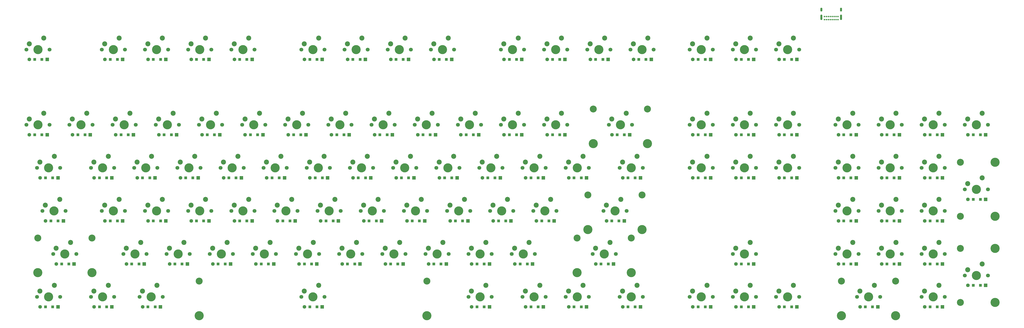
<source format=gbr>
G04 #@! TF.GenerationSoftware,KiCad,Pcbnew,(5.1.9)-1*
G04 #@! TF.CreationDate,2021-04-17T22:02:46-05:00*
G04 #@! TF.ProjectId,try3,74727933-2e6b-4696-9361-645f70636258,rev?*
G04 #@! TF.SameCoordinates,Original*
G04 #@! TF.FileFunction,Soldermask,Bot*
G04 #@! TF.FilePolarity,Negative*
%FSLAX46Y46*%
G04 Gerber Fmt 4.6, Leading zero omitted, Abs format (unit mm)*
G04 Created by KiCad (PCBNEW (5.1.9)-1) date 2021-04-17 22:02:46*
%MOMM*%
%LPD*%
G01*
G04 APERTURE LIST*
%ADD10C,0.650000*%
%ADD11O,0.900000X2.400000*%
%ADD12O,0.900000X1.700000*%
%ADD13C,1.700000*%
%ADD14C,4.000000*%
%ADD15C,2.200000*%
%ADD16C,3.050000*%
%ADD17C,1.600000*%
%ADD18R,1.600000X1.600000*%
%ADD19R,1.200000X1.200000*%
G04 APERTURE END LIST*
D10*
G04 #@! TO.C,J1*
X382611550Y133644450D03*
X384311550Y133644450D03*
X383461550Y133644450D03*
X381761550Y133644450D03*
X380911550Y133644450D03*
X380061550Y133644450D03*
X379211550Y133644450D03*
X378361550Y133644450D03*
X384311550Y134969450D03*
X383456550Y134969450D03*
X382606550Y134969450D03*
X381756550Y134969450D03*
X380906550Y134969450D03*
X380056550Y134969450D03*
X379206550Y134969450D03*
X378356550Y134969450D03*
D11*
X385661550Y134624450D03*
X377011550Y134624450D03*
D12*
X385661550Y138004450D03*
X377011550Y138004450D03*
G04 #@! TD*
D13*
G04 #@! TO.C,K_93*
X412299150Y87293450D03*
X402139150Y87293450D03*
D14*
X407219150Y87293450D03*
D15*
X403409150Y89833450D03*
X409759150Y92373450D03*
G04 #@! TD*
D13*
G04 #@! TO.C,K_11*
X80702150Y30448250D03*
X70542150Y30448250D03*
D14*
X75622150Y30448250D03*
D15*
X71812150Y32988250D03*
X78162150Y35528250D03*
G04 #@! TD*
D13*
G04 #@! TO.C,K_37*
X161232850Y68345050D03*
X151072850Y68345050D03*
D14*
X156152850Y68345050D03*
D15*
X152342850Y70885050D03*
X158692850Y73425050D03*
G04 #@! TD*
D13*
G04 #@! TO.C,K_17*
X99650550Y30448250D03*
X89490550Y30448250D03*
D14*
X94570550Y30448250D03*
D15*
X90760550Y32988250D03*
X97110550Y35528250D03*
G04 #@! TD*
D13*
G04 #@! TO.C,K_12*
X66490850Y11499850D03*
X56330850Y11499850D03*
D14*
X61410850Y11499850D03*
D15*
X57600850Y14039850D03*
X63950850Y16579850D03*
G04 #@! TD*
D13*
G04 #@! TO.C,K_15*
X85439250Y68345050D03*
X75279250Y68345050D03*
D14*
X80359250Y68345050D03*
D15*
X76549250Y70885050D03*
X82899250Y73425050D03*
G04 #@! TD*
D13*
G04 #@! TO.C,K_71*
X298608750Y68345050D03*
X288448750Y68345050D03*
D14*
X293528750Y68345050D03*
D15*
X289718750Y70885050D03*
X296068750Y73425050D03*
G04 #@! TD*
D13*
G04 #@! TO.C,K_28*
X137547350Y30448250D03*
X127387350Y30448250D03*
D14*
X132467350Y30448250D03*
D15*
X128657350Y32988250D03*
X135007350Y35528250D03*
G04 #@! TD*
D13*
G04 #@! TO.C,K_82*
X348348300Y30448250D03*
X338188300Y30448250D03*
D14*
X343268300Y30448250D03*
D15*
X339458300Y32988250D03*
X345808300Y35528250D03*
G04 #@! TD*
D13*
G04 #@! TO.C,K_62*
X246500650Y87293450D03*
X236340650Y87293450D03*
D14*
X241420650Y87293450D03*
D15*
X237610650Y89833450D03*
X243960650Y92373450D03*
G04 #@! TD*
D13*
G04 #@! TO.C,K_42*
X180181250Y68345050D03*
X170021250Y68345050D03*
D14*
X175101250Y68345050D03*
D15*
X171291250Y70885050D03*
X177641250Y73425050D03*
G04 #@! TD*
D13*
G04 #@! TO.C,K_2*
X38068250Y87293450D03*
X27908250Y87293450D03*
D14*
X32988250Y87293450D03*
D15*
X29178250Y89833450D03*
X35528250Y92373450D03*
G04 #@! TD*
D13*
G04 #@! TO.C,K_3*
X42805350Y68345050D03*
X32645350Y68345050D03*
D14*
X37725350Y68345050D03*
D15*
X33915350Y70885050D03*
X40265350Y73425050D03*
G04 #@! TD*
D13*
G04 #@! TO.C,K_31*
X142284450Y68345050D03*
X132124450Y68345050D03*
D14*
X137204450Y68345050D03*
D15*
X133394450Y70885050D03*
X139744450Y73425050D03*
G04 #@! TD*
D16*
G04 #@! TO.C,K_34*
X203784300Y18499850D03*
X103784300Y18499850D03*
D14*
X103784300Y3259850D03*
X203784300Y3259850D03*
D13*
X158864300Y11499850D03*
X148704300Y11499850D03*
D14*
X153784300Y11499850D03*
D15*
X149974300Y14039850D03*
X156324300Y16579850D03*
G04 #@! TD*
D13*
G04 #@! TO.C,K_58*
X241763550Y49396650D03*
X231603550Y49396650D03*
D14*
X236683550Y49396650D03*
D15*
X232873550Y51936650D03*
X239223550Y54476650D03*
G04 #@! TD*
D13*
G04 #@! TO.C,K_79*
X348348300Y120453150D03*
X338188300Y120453150D03*
D14*
X343268300Y120453150D03*
D15*
X339458300Y122993150D03*
X345808300Y125533150D03*
G04 #@! TD*
D13*
G04 #@! TO.C,K_16*
X90176350Y49396650D03*
X80016350Y49396650D03*
D14*
X85096350Y49396650D03*
D15*
X81286350Y51936650D03*
X87636350Y54476650D03*
G04 #@! TD*
D16*
G04 #@! TO.C,K_73*
X293586000Y37448250D03*
X269786000Y37448250D03*
D14*
X269786000Y22208250D03*
X293586000Y22208250D03*
D13*
X286766000Y30448250D03*
X276606000Y30448250D03*
D14*
X281686000Y30448250D03*
D15*
X277876000Y32988250D03*
X284226000Y35528250D03*
G04 #@! TD*
D13*
G04 #@! TO.C,K_74*
X298608750Y11499850D03*
X288448750Y11499850D03*
D14*
X293528750Y11499850D03*
D15*
X289718750Y14039850D03*
X296068750Y16579850D03*
G04 #@! TD*
D13*
G04 #@! TO.C,K_87*
X367296700Y11499850D03*
X357136700Y11499850D03*
D14*
X362216700Y11499850D03*
D15*
X358406700Y14039850D03*
X364756700Y16579850D03*
G04 #@! TD*
D13*
G04 #@! TO.C,K_54*
X232289350Y11499850D03*
X222129350Y11499850D03*
D14*
X227209350Y11499850D03*
D15*
X223399350Y14039850D03*
X229749350Y16579850D03*
G04 #@! TD*
D13*
G04 #@! TO.C,K_68*
X274923250Y68345050D03*
X264763250Y68345050D03*
D14*
X269843250Y68345050D03*
D15*
X266033250Y70885050D03*
X272383250Y73425050D03*
G04 #@! TD*
D13*
G04 #@! TO.C,K_53*
X232289350Y30448250D03*
X222129350Y30448250D03*
D14*
X227209350Y30448250D03*
D15*
X223399350Y32988250D03*
X229749350Y35528250D03*
G04 #@! TD*
D13*
G04 #@! TO.C,K_26*
X123336050Y68345050D03*
X113176050Y68345050D03*
D14*
X118256050Y68345050D03*
D15*
X114446050Y70885050D03*
X120796050Y73425050D03*
G04 #@! TD*
D13*
G04 #@! TO.C,K_64*
X260711950Y49396650D03*
X250551950Y49396650D03*
D14*
X255631950Y49396650D03*
D15*
X251821950Y51936650D03*
X258171950Y54476650D03*
G04 #@! TD*
D13*
G04 #@! TO.C,K_59*
X251237750Y30448250D03*
X241077750Y30448250D03*
D14*
X246157750Y30448250D03*
D15*
X242347750Y32988250D03*
X248697750Y35528250D03*
G04 #@! TD*
D13*
G04 #@! TO.C,K_9*
X66490850Y68345050D03*
X56330850Y68345050D03*
D14*
X61410850Y68345050D03*
D15*
X57600850Y70885050D03*
X63950850Y73425050D03*
G04 #@! TD*
D13*
G04 #@! TO.C,K_75*
X329399900Y120453150D03*
X319239900Y120453150D03*
D14*
X324319900Y120453150D03*
D15*
X320509900Y122993150D03*
X326859900Y125533150D03*
G04 #@! TD*
D13*
G04 #@! TO.C,K_67*
X265449050Y87293450D03*
X255289050Y87293450D03*
D14*
X260369050Y87293450D03*
D15*
X256559050Y89833450D03*
X262909050Y92373450D03*
G04 #@! TD*
D13*
G04 #@! TO.C,K_84*
X367296700Y120453150D03*
X357136700Y120453150D03*
D14*
X362216700Y120453150D03*
D15*
X358406700Y122993150D03*
X364756700Y125533150D03*
G04 #@! TD*
D13*
G04 #@! TO.C,K_85*
X367296700Y87293450D03*
X357136700Y87293450D03*
D14*
X362216700Y87293450D03*
D15*
X358406700Y89833450D03*
X364756700Y92373450D03*
G04 #@! TD*
D13*
G04 #@! TO.C,K_86*
X367296700Y68345050D03*
X357136700Y68345050D03*
D14*
X362216700Y68345050D03*
D15*
X358406700Y70885050D03*
X364756700Y73425050D03*
G04 #@! TD*
D13*
G04 #@! TO.C,K_57*
X237026450Y68345050D03*
X226866450Y68345050D03*
D14*
X231946450Y68345050D03*
D15*
X228136450Y70885050D03*
X234486450Y73425050D03*
G04 #@! TD*
D13*
G04 #@! TO.C,K_51*
X218078050Y68345050D03*
X207918050Y68345050D03*
D14*
X212998050Y68345050D03*
D15*
X209188050Y70885050D03*
X215538050Y73425050D03*
G04 #@! TD*
D13*
G04 #@! TO.C,K_97*
X431247550Y87293450D03*
X421087550Y87293450D03*
D14*
X426167550Y87293450D03*
D15*
X422357550Y89833450D03*
X428707550Y92373450D03*
G04 #@! TD*
D16*
G04 #@! TO.C,K_103*
X438115950Y70770850D03*
X438115950Y46970850D03*
D14*
X453355950Y46970850D03*
X453355950Y70770850D03*
D13*
X450195950Y58870850D03*
X440035950Y58870850D03*
D14*
X445115950Y58870850D03*
D15*
X441305950Y61410850D03*
X447655950Y63950850D03*
G04 #@! TD*
D13*
G04 #@! TO.C,K_102*
X450195950Y87293450D03*
X440035950Y87293450D03*
D14*
X445115950Y87293450D03*
D15*
X441305950Y89833450D03*
X447655950Y92373450D03*
G04 #@! TD*
D16*
G04 #@! TO.C,K_104*
X438115950Y32874050D03*
X438115950Y9074050D03*
D14*
X453355950Y9074050D03*
X453355950Y32874050D03*
D13*
X450195950Y20974050D03*
X440035950Y20974050D03*
D14*
X445115950Y20974050D03*
D15*
X441305950Y23514050D03*
X447655950Y26054050D03*
G04 #@! TD*
D13*
G04 #@! TO.C,K_101*
X431247550Y11499850D03*
X421087550Y11499850D03*
D14*
X426167550Y11499850D03*
D15*
X422357550Y14039850D03*
X428707550Y16579850D03*
G04 #@! TD*
D13*
G04 #@! TO.C,K_98*
X431247550Y68345050D03*
X421087550Y68345050D03*
D14*
X426167550Y68345050D03*
D15*
X422357550Y70885050D03*
X428707550Y73425050D03*
G04 #@! TD*
D13*
G04 #@! TO.C,K_94*
X412299150Y68345050D03*
X402139150Y68345050D03*
D14*
X407219150Y68345050D03*
D15*
X403409150Y70885050D03*
X409759150Y73425050D03*
G04 #@! TD*
D13*
G04 #@! TO.C,K_89*
X393350750Y68345050D03*
X383190750Y68345050D03*
D14*
X388270750Y68345050D03*
D15*
X384460750Y70885050D03*
X390810750Y73425050D03*
G04 #@! TD*
D13*
G04 #@! TO.C,K_99*
X431247550Y49396650D03*
X421087550Y49396650D03*
D14*
X426167550Y49396650D03*
D15*
X422357550Y51936650D03*
X428707550Y54476650D03*
G04 #@! TD*
D13*
G04 #@! TO.C,K_95*
X412299150Y49396650D03*
X402139150Y49396650D03*
D14*
X407219150Y49396650D03*
D15*
X403409150Y51936650D03*
X409759150Y54476650D03*
G04 #@! TD*
D13*
G04 #@! TO.C,K_90*
X393350750Y49396650D03*
X383190750Y49396650D03*
D14*
X388270750Y49396650D03*
D15*
X384460750Y51936650D03*
X390810750Y54476650D03*
G04 #@! TD*
D13*
G04 #@! TO.C,K_100*
X431247550Y30448250D03*
X421087550Y30448250D03*
D14*
X426167550Y30448250D03*
D15*
X422357550Y32988250D03*
X428707550Y35528250D03*
G04 #@! TD*
D13*
G04 #@! TO.C,K_96*
X412299150Y30448250D03*
X402139150Y30448250D03*
D14*
X407219150Y30448250D03*
D15*
X403409150Y32988250D03*
X409759150Y35528250D03*
G04 #@! TD*
D13*
G04 #@! TO.C,K_91*
X393350750Y30448250D03*
X383190750Y30448250D03*
D14*
X388270750Y30448250D03*
D15*
X384460750Y32988250D03*
X390810750Y35528250D03*
G04 #@! TD*
D16*
G04 #@! TO.C,K_92*
X409644950Y18499850D03*
X385844950Y18499850D03*
D14*
X385844950Y3259850D03*
X409644950Y3259850D03*
D13*
X402824950Y11499850D03*
X392664950Y11499850D03*
D14*
X397744950Y11499850D03*
D15*
X393934950Y14039850D03*
X400284950Y16579850D03*
G04 #@! TD*
D13*
G04 #@! TO.C,K_88*
X393350750Y87293450D03*
X383190750Y87293450D03*
D14*
X388270750Y87293450D03*
D15*
X384460750Y89833450D03*
X390810750Y92373450D03*
G04 #@! TD*
D13*
G04 #@! TO.C,K_39*
X175444150Y30448250D03*
X165284150Y30448250D03*
D14*
X170364150Y30448250D03*
D15*
X166554150Y32988250D03*
X172904150Y35528250D03*
G04 #@! TD*
D13*
G04 #@! TO.C,K_60*
X255974850Y11499850D03*
X245814850Y11499850D03*
D14*
X250894850Y11499850D03*
D15*
X247084850Y14039850D03*
X253434850Y16579850D03*
G04 #@! TD*
D13*
G04 #@! TO.C,K_44*
X194392550Y30448250D03*
X184232550Y30448250D03*
D14*
X189312550Y30448250D03*
D15*
X185502550Y32988250D03*
X191852550Y35528250D03*
G04 #@! TD*
D16*
G04 #@! TO.C,K_5*
X56731000Y37448250D03*
X32931000Y37448250D03*
D14*
X32931000Y22208250D03*
X56731000Y22208250D03*
D13*
X49911000Y30448250D03*
X39751000Y30448250D03*
D14*
X44831000Y30448250D03*
D15*
X41021000Y32988250D03*
X47371000Y35528250D03*
G04 #@! TD*
D13*
G04 #@! TO.C,K_6*
X42805350Y11499850D03*
X32645350Y11499850D03*
D14*
X37725350Y11499850D03*
D15*
X33915350Y14039850D03*
X40265350Y16579850D03*
G04 #@! TD*
D13*
G04 #@! TO.C,K_78*
X329399900Y11499850D03*
X319239900Y11499850D03*
D14*
X324319900Y11499850D03*
D15*
X320509900Y14039850D03*
X326859900Y16579850D03*
G04 #@! TD*
D13*
G04 #@! TO.C,K_18*
X87807800Y11499850D03*
X77647800Y11499850D03*
D14*
X82727800Y11499850D03*
D15*
X78917800Y14039850D03*
X85267800Y16579850D03*
G04 #@! TD*
D13*
G04 #@! TO.C,K_63*
X255974850Y68345050D03*
X245814850Y68345050D03*
D14*
X250894850Y68345050D03*
D15*
X247084850Y70885050D03*
X253434850Y73425050D03*
G04 #@! TD*
D13*
G04 #@! TO.C,K_49*
X213340950Y30448250D03*
X203180950Y30448250D03*
D14*
X208260950Y30448250D03*
D15*
X204450950Y32988250D03*
X210800950Y35528250D03*
G04 #@! TD*
D13*
G04 #@! TO.C,K_52*
X222815150Y49396650D03*
X212655150Y49396650D03*
D14*
X217735150Y49396650D03*
D15*
X213925150Y51936650D03*
X220275150Y54476650D03*
G04 #@! TD*
D13*
G04 #@! TO.C,K_48*
X203866750Y49396650D03*
X193706750Y49396650D03*
D14*
X198786750Y49396650D03*
D15*
X194976750Y51936650D03*
X201326750Y54476650D03*
G04 #@! TD*
D13*
G04 #@! TO.C,K_43*
X184918350Y49396650D03*
X174758350Y49396650D03*
D14*
X179838350Y49396650D03*
D15*
X176028350Y51936650D03*
X182378350Y54476650D03*
G04 #@! TD*
D13*
G04 #@! TO.C,K_76*
X329399900Y87293450D03*
X319239900Y87293450D03*
D14*
X324319900Y87293450D03*
D15*
X320509900Y89833450D03*
X326859900Y92373450D03*
G04 #@! TD*
D13*
G04 #@! TO.C,K_47*
X199129650Y68345050D03*
X188969650Y68345050D03*
D14*
X194049650Y68345050D03*
D15*
X190239650Y70885050D03*
X196589650Y73425050D03*
G04 #@! TD*
D13*
G04 #@! TO.C,K_80*
X348348300Y87293450D03*
X338188300Y87293450D03*
D14*
X343268300Y87293450D03*
D15*
X339458300Y89833450D03*
X345808300Y92373450D03*
G04 #@! TD*
D13*
G04 #@! TO.C,K_38*
X165969950Y49396650D03*
X155809950Y49396650D03*
D14*
X160889950Y49396650D03*
D15*
X157079950Y51936650D03*
X163429950Y54476650D03*
G04 #@! TD*
D13*
G04 #@! TO.C,K_32*
X147021550Y49396650D03*
X136861550Y49396650D03*
D14*
X141941550Y49396650D03*
D15*
X138131550Y51936650D03*
X144481550Y54476650D03*
G04 #@! TD*
D13*
G04 #@! TO.C,K_65*
X274923250Y11499850D03*
X264763250Y11499850D03*
D14*
X269843250Y11499850D03*
D15*
X266033250Y14039850D03*
X272383250Y16579850D03*
G04 #@! TD*
D13*
G04 #@! TO.C,K_27*
X128073150Y49396650D03*
X117913150Y49396650D03*
D14*
X122993150Y49396650D03*
D15*
X119183150Y51936650D03*
X125533150Y54476650D03*
G04 #@! TD*
D13*
G04 #@! TO.C,K_69*
X303345850Y120453150D03*
X293185850Y120453150D03*
D14*
X298265850Y120453150D03*
D15*
X294455850Y122993150D03*
X300805850Y125533150D03*
G04 #@! TD*
D13*
G04 #@! TO.C,K_66*
X284397450Y120453150D03*
X274237450Y120453150D03*
D14*
X279317450Y120453150D03*
D15*
X275507450Y122993150D03*
X281857450Y125533150D03*
G04 #@! TD*
D13*
G04 #@! TO.C,K_61*
X265449050Y120453150D03*
X255289050Y120453150D03*
D14*
X260369050Y120453150D03*
D15*
X256559050Y122993150D03*
X262909050Y125533150D03*
G04 #@! TD*
D13*
G04 #@! TO.C,K_55*
X246500650Y120453150D03*
X236340650Y120453150D03*
D14*
X241420650Y120453150D03*
D15*
X237610650Y122993150D03*
X243960650Y125533150D03*
G04 #@! TD*
D13*
G04 #@! TO.C,K_45*
X215709500Y120453150D03*
X205549500Y120453150D03*
D14*
X210629500Y120453150D03*
D15*
X206819500Y122993150D03*
X213169500Y125533150D03*
G04 #@! TD*
D13*
G04 #@! TO.C,K_40*
X196761100Y120453150D03*
X186601100Y120453150D03*
D14*
X191681100Y120453150D03*
D15*
X187871100Y122993150D03*
X194221100Y125533150D03*
G04 #@! TD*
D13*
G04 #@! TO.C,K_35*
X177812700Y120453150D03*
X167652700Y120453150D03*
D14*
X172732700Y120453150D03*
D15*
X168922700Y122993150D03*
X175272700Y125533150D03*
G04 #@! TD*
D13*
G04 #@! TO.C,K_29*
X158864300Y120453150D03*
X148704300Y120453150D03*
D14*
X153784300Y120453150D03*
D15*
X149974300Y122993150D03*
X156324300Y125533150D03*
G04 #@! TD*
D13*
G04 #@! TO.C,K_24*
X128073150Y120453150D03*
X117913150Y120453150D03*
D14*
X122993150Y120453150D03*
D15*
X119183150Y122993150D03*
X125533150Y125533150D03*
G04 #@! TD*
D13*
G04 #@! TO.C,K_19*
X109124750Y120453150D03*
X98964750Y120453150D03*
D14*
X104044750Y120453150D03*
D15*
X100234750Y122993150D03*
X106584750Y125533150D03*
G04 #@! TD*
D13*
G04 #@! TO.C,K_13*
X90176350Y120453150D03*
X80016350Y120453150D03*
D14*
X85096350Y120453150D03*
D15*
X81286350Y122993150D03*
X87636350Y125533150D03*
G04 #@! TD*
D13*
G04 #@! TO.C,K_7*
X71227950Y120453150D03*
X61067950Y120453150D03*
D14*
X66147950Y120453150D03*
D15*
X62337950Y122993150D03*
X68687950Y125533150D03*
G04 #@! TD*
D13*
G04 #@! TO.C,K_1*
X38068250Y120453150D03*
X27908250Y120453150D03*
D14*
X32988250Y120453150D03*
D15*
X29178250Y122993150D03*
X35528250Y125533150D03*
G04 #@! TD*
D16*
G04 #@! TO.C,K_72*
X298323100Y56396650D03*
X274523100Y56396650D03*
D14*
X274523100Y41156650D03*
X298323100Y41156650D03*
D13*
X291503100Y49396650D03*
X281343100Y49396650D03*
D14*
X286423100Y49396650D03*
D15*
X282613100Y51936650D03*
X288963100Y54476650D03*
G04 #@! TD*
D13*
G04 #@! TO.C,K_81*
X348348300Y68345050D03*
X338188300Y68345050D03*
D14*
X343268300Y68345050D03*
D15*
X339458300Y70885050D03*
X345808300Y73425050D03*
G04 #@! TD*
D13*
G04 #@! TO.C,K_21*
X104387650Y68345050D03*
X94227650Y68345050D03*
D14*
X99307650Y68345050D03*
D15*
X95497650Y70885050D03*
X101847650Y73425050D03*
G04 #@! TD*
D13*
G04 #@! TO.C,K_83*
X348348300Y11499850D03*
X338188300Y11499850D03*
D14*
X343268300Y11499850D03*
D15*
X339458300Y14039850D03*
X345808300Y16579850D03*
G04 #@! TD*
D13*
G04 #@! TO.C,K_77*
X329399900Y68345050D03*
X319239900Y68345050D03*
D14*
X324319900Y68345050D03*
D15*
X320509900Y70885050D03*
X326859900Y73425050D03*
G04 #@! TD*
D13*
G04 #@! TO.C,K_22*
X109124750Y49396650D03*
X98964750Y49396650D03*
D14*
X104044750Y49396650D03*
D15*
X100234750Y51936650D03*
X106584750Y54476650D03*
G04 #@! TD*
D13*
G04 #@! TO.C,K_4*
X45173900Y49396650D03*
X35013900Y49396650D03*
D14*
X40093900Y49396650D03*
D15*
X36283900Y51936650D03*
X42633900Y54476650D03*
G04 #@! TD*
D13*
G04 #@! TO.C,K_23*
X118598950Y30448250D03*
X108438950Y30448250D03*
D14*
X113518950Y30448250D03*
D15*
X109708950Y32988250D03*
X116058950Y35528250D03*
G04 #@! TD*
D16*
G04 #@! TO.C,K_70*
X300691650Y94293450D03*
X276891650Y94293450D03*
D14*
X276891650Y79053450D03*
X300691650Y79053450D03*
D13*
X293871650Y87293450D03*
X283711650Y87293450D03*
D14*
X288791650Y87293450D03*
D15*
X284981650Y89833450D03*
X291331650Y92373450D03*
G04 #@! TD*
D13*
G04 #@! TO.C,K_33*
X156495750Y30448250D03*
X146335750Y30448250D03*
D14*
X151415750Y30448250D03*
D15*
X147605750Y32988250D03*
X153955750Y35528250D03*
G04 #@! TD*
D13*
G04 #@! TO.C,K_10*
X71227950Y49396650D03*
X61067950Y49396650D03*
D14*
X66147950Y49396650D03*
D15*
X62337950Y51936650D03*
X68687950Y54476650D03*
G04 #@! TD*
D13*
G04 #@! TO.C,K_50*
X208603850Y87293450D03*
X198443850Y87293450D03*
D14*
X203523850Y87293450D03*
D15*
X199713850Y89833450D03*
X206063850Y92373450D03*
G04 #@! TD*
D13*
G04 #@! TO.C,K_46*
X189655450Y87293450D03*
X179495450Y87293450D03*
D14*
X184575450Y87293450D03*
D15*
X180765450Y89833450D03*
X187115450Y92373450D03*
G04 #@! TD*
D13*
G04 #@! TO.C,K_41*
X170707050Y87293450D03*
X160547050Y87293450D03*
D14*
X165627050Y87293450D03*
D15*
X161817050Y89833450D03*
X168167050Y92373450D03*
G04 #@! TD*
D13*
G04 #@! TO.C,K_36*
X151758650Y87293450D03*
X141598650Y87293450D03*
D14*
X146678650Y87293450D03*
D15*
X142868650Y89833450D03*
X149218650Y92373450D03*
G04 #@! TD*
D13*
G04 #@! TO.C,K_30*
X132810250Y87293450D03*
X122650250Y87293450D03*
D14*
X127730250Y87293450D03*
D15*
X123920250Y89833450D03*
X130270250Y92373450D03*
G04 #@! TD*
D13*
G04 #@! TO.C,K_25*
X113861850Y87293450D03*
X103701850Y87293450D03*
D14*
X108781850Y87293450D03*
D15*
X104971850Y89833450D03*
X111321850Y92373450D03*
G04 #@! TD*
D13*
G04 #@! TO.C,K_20*
X94913450Y87293450D03*
X84753450Y87293450D03*
D14*
X89833450Y87293450D03*
D15*
X86023450Y89833450D03*
X92373450Y92373450D03*
G04 #@! TD*
D13*
G04 #@! TO.C,K_14*
X75965050Y87293450D03*
X65805050Y87293450D03*
D14*
X70885050Y87293450D03*
D15*
X67075050Y89833450D03*
X73425050Y92373450D03*
G04 #@! TD*
D13*
G04 #@! TO.C,K_8*
X57016650Y87293450D03*
X46856650Y87293450D03*
D14*
X51936650Y87293450D03*
D15*
X48126650Y89833450D03*
X54476650Y92373450D03*
G04 #@! TD*
D13*
G04 #@! TO.C,K_56*
X227552250Y87293450D03*
X217392250Y87293450D03*
D14*
X222472250Y87293450D03*
D15*
X218662250Y89833450D03*
X225012250Y92373450D03*
G04 #@! TD*
D17*
G04 #@! TO.C,D92*
X394016400Y7105650D03*
D18*
X401816400Y7105650D03*
D19*
X399491400Y7105650D03*
X396341400Y7105650D03*
G04 #@! TD*
D17*
G04 #@! TO.C,D101*
X422439000Y7105650D03*
D18*
X430239000Y7105650D03*
D19*
X427914000Y7105650D03*
X424764000Y7105650D03*
G04 #@! TD*
D17*
G04 #@! TO.C,D91*
X384542200Y26054050D03*
D18*
X392342200Y26054050D03*
D19*
X390017200Y26054050D03*
X386867200Y26054050D03*
G04 #@! TD*
D17*
G04 #@! TO.C,D96*
X403490600Y26054050D03*
D18*
X411290600Y26054050D03*
D19*
X408965600Y26054050D03*
X405815600Y26054050D03*
G04 #@! TD*
D17*
G04 #@! TO.C,D100*
X422439000Y26054050D03*
D18*
X430239000Y26054050D03*
D19*
X427914000Y26054050D03*
X424764000Y26054050D03*
G04 #@! TD*
D17*
G04 #@! TO.C,D99*
X422439000Y45002450D03*
D18*
X430239000Y45002450D03*
D19*
X427914000Y45002450D03*
X424764000Y45002450D03*
G04 #@! TD*
D17*
G04 #@! TO.C,D98*
X422439000Y63950850D03*
D18*
X430239000Y63950850D03*
D19*
X427914000Y63950850D03*
X424764000Y63950850D03*
G04 #@! TD*
D17*
G04 #@! TO.C,D97*
X422439000Y82899250D03*
D18*
X430239000Y82899250D03*
D19*
X427914000Y82899250D03*
X424764000Y82899250D03*
G04 #@! TD*
D17*
G04 #@! TO.C,D86*
X358488150Y63950850D03*
D18*
X366288150Y63950850D03*
D19*
X363963150Y63950850D03*
X360813150Y63950850D03*
G04 #@! TD*
D17*
G04 #@! TO.C,D85*
X358488150Y82899250D03*
D18*
X366288150Y82899250D03*
D19*
X363963150Y82899250D03*
X360813150Y82899250D03*
G04 #@! TD*
D17*
G04 #@! TO.C,D84*
X358488150Y116058950D03*
D18*
X366288150Y116058950D03*
D19*
X363963150Y116058950D03*
X360813150Y116058950D03*
G04 #@! TD*
D17*
G04 #@! TO.C,D95*
X403490600Y45002450D03*
D18*
X411290600Y45002450D03*
D19*
X408965600Y45002450D03*
X405815600Y45002450D03*
G04 #@! TD*
D17*
G04 #@! TO.C,D94*
X403490600Y63950850D03*
D18*
X411290600Y63950850D03*
D19*
X408965600Y63950850D03*
X405815600Y63950850D03*
G04 #@! TD*
D17*
G04 #@! TO.C,D93*
X403490600Y82899250D03*
D18*
X411290600Y82899250D03*
D19*
X408965600Y82899250D03*
X405815600Y82899250D03*
G04 #@! TD*
D17*
G04 #@! TO.C,D81*
X339539750Y63950850D03*
D18*
X347339750Y63950850D03*
D19*
X345014750Y63950850D03*
X341864750Y63950850D03*
G04 #@! TD*
D17*
G04 #@! TO.C,D80*
X339539750Y82899250D03*
D18*
X347339750Y82899250D03*
D19*
X345014750Y82899250D03*
X341864750Y82899250D03*
G04 #@! TD*
D17*
G04 #@! TO.C,D79*
X339539750Y116058950D03*
D18*
X347339750Y116058950D03*
D19*
X345014750Y116058950D03*
X341864750Y116058950D03*
G04 #@! TD*
D17*
G04 #@! TO.C,D90*
X384542200Y45002450D03*
D18*
X392342200Y45002450D03*
D19*
X390017200Y45002450D03*
X386867200Y45002450D03*
G04 #@! TD*
D17*
G04 #@! TO.C,D89*
X384542200Y63950850D03*
D18*
X392342200Y63950850D03*
D19*
X390017200Y63950850D03*
X386867200Y63950850D03*
G04 #@! TD*
D17*
G04 #@! TO.C,D88*
X384542200Y82899250D03*
D18*
X392342200Y82899250D03*
D19*
X390017200Y82899250D03*
X386867200Y82899250D03*
G04 #@! TD*
D17*
G04 #@! TO.C,D77*
X320591350Y63950850D03*
D18*
X328391350Y63950850D03*
D19*
X326066350Y63950850D03*
X322916350Y63950850D03*
G04 #@! TD*
D17*
G04 #@! TO.C,D76*
X320591350Y82899250D03*
D18*
X328391350Y82899250D03*
D19*
X326066350Y82899250D03*
X322916350Y82899250D03*
G04 #@! TD*
D17*
G04 #@! TO.C,D75*
X320591350Y116058950D03*
D18*
X328391350Y116058950D03*
D19*
X326066350Y116058950D03*
X322916350Y116058950D03*
G04 #@! TD*
D17*
G04 #@! TO.C,D103*
X441387400Y54476650D03*
D18*
X449187400Y54476650D03*
D19*
X446862400Y54476650D03*
X443712400Y54476650D03*
G04 #@! TD*
D17*
G04 #@! TO.C,D71*
X289800200Y63950850D03*
D18*
X297600200Y63950850D03*
D19*
X295275200Y63950850D03*
X292125200Y63950850D03*
G04 #@! TD*
D17*
G04 #@! TO.C,D70*
X285063100Y82899250D03*
D18*
X292863100Y82899250D03*
D19*
X290538100Y82899250D03*
X287388100Y82899250D03*
G04 #@! TD*
D17*
G04 #@! TO.C,D104*
X441387400Y16579850D03*
D18*
X449187400Y16579850D03*
D19*
X446862400Y16579850D03*
X443712400Y16579850D03*
G04 #@! TD*
D17*
G04 #@! TO.C,D102*
X441387400Y82899250D03*
D18*
X449187400Y82899250D03*
D19*
X446862400Y82899250D03*
X443712400Y82899250D03*
G04 #@! TD*
D17*
G04 #@! TO.C,D72*
X282694550Y45002450D03*
D18*
X290494550Y45002450D03*
D19*
X288169550Y45002450D03*
X285019550Y45002450D03*
G04 #@! TD*
D17*
G04 #@! TO.C,D68*
X266114700Y63950850D03*
D18*
X273914700Y63950850D03*
D19*
X271589700Y63950850D03*
X268439700Y63950850D03*
G04 #@! TD*
D17*
G04 #@! TO.C,D67*
X256640500Y82899250D03*
D18*
X264440500Y82899250D03*
D19*
X262115500Y82899250D03*
X258965500Y82899250D03*
G04 #@! TD*
D17*
G04 #@! TO.C,D69*
X294537300Y116058950D03*
D18*
X302337300Y116058950D03*
D19*
X300012300Y116058950D03*
X296862300Y116058950D03*
G04 #@! TD*
D17*
G04 #@! TO.C,D82*
X339539750Y26054050D03*
D18*
X347339750Y26054050D03*
D19*
X345014750Y26054050D03*
X341864750Y26054050D03*
G04 #@! TD*
D17*
G04 #@! TO.C,D73*
X277957450Y26054050D03*
D18*
X285757450Y26054050D03*
D19*
X283432450Y26054050D03*
X280282450Y26054050D03*
G04 #@! TD*
D17*
G04 #@! TO.C,D64*
X251903400Y45002450D03*
D18*
X259703400Y45002450D03*
D19*
X257378400Y45002450D03*
X254228400Y45002450D03*
G04 #@! TD*
D17*
G04 #@! TO.C,D63*
X247166300Y63950850D03*
D18*
X254966300Y63950850D03*
D19*
X252641300Y63950850D03*
X249491300Y63950850D03*
G04 #@! TD*
D17*
G04 #@! TO.C,D62*
X237692100Y82899250D03*
D18*
X245492100Y82899250D03*
D19*
X243167100Y82899250D03*
X240017100Y82899250D03*
G04 #@! TD*
D17*
G04 #@! TO.C,D66*
X275588900Y116058950D03*
D18*
X283388900Y116058950D03*
D19*
X281063900Y116058950D03*
X277913900Y116058950D03*
G04 #@! TD*
D17*
G04 #@! TO.C,D87*
X358488150Y7105650D03*
D18*
X366288150Y7105650D03*
D19*
X363963150Y7105650D03*
X360813150Y7105650D03*
G04 #@! TD*
D17*
G04 #@! TO.C,D59*
X242429200Y26054050D03*
D18*
X250229200Y26054050D03*
D19*
X247904200Y26054050D03*
X244754200Y26054050D03*
G04 #@! TD*
D17*
G04 #@! TO.C,D58*
X232955000Y45002450D03*
D18*
X240755000Y45002450D03*
D19*
X238430000Y45002450D03*
X235280000Y45002450D03*
G04 #@! TD*
D17*
G04 #@! TO.C,D57*
X228217900Y63950850D03*
D18*
X236017900Y63950850D03*
D19*
X233692900Y63950850D03*
X230542900Y63950850D03*
G04 #@! TD*
D17*
G04 #@! TO.C,D56*
X218743700Y82899250D03*
D18*
X226543700Y82899250D03*
D19*
X224218700Y82899250D03*
X221068700Y82899250D03*
G04 #@! TD*
D17*
G04 #@! TO.C,D61*
X256640500Y116058950D03*
D18*
X264440500Y116058950D03*
D19*
X262115500Y116058950D03*
X258965500Y116058950D03*
G04 #@! TD*
D17*
G04 #@! TO.C,D83*
X339539750Y7105650D03*
D18*
X347339750Y7105650D03*
D19*
X345014750Y7105650D03*
X341864750Y7105650D03*
G04 #@! TD*
D17*
G04 #@! TO.C,D53*
X223480800Y26054050D03*
D18*
X231280800Y26054050D03*
D19*
X228955800Y26054050D03*
X225805800Y26054050D03*
G04 #@! TD*
D17*
G04 #@! TO.C,D52*
X214006600Y45002450D03*
D18*
X221806600Y45002450D03*
D19*
X219481600Y45002450D03*
X216331600Y45002450D03*
G04 #@! TD*
D17*
G04 #@! TO.C,D51*
X209269500Y63950850D03*
D18*
X217069500Y63950850D03*
D19*
X214744500Y63950850D03*
X211594500Y63950850D03*
G04 #@! TD*
D17*
G04 #@! TO.C,D50*
X199795300Y82899250D03*
D18*
X207595300Y82899250D03*
D19*
X205270300Y82899250D03*
X202120300Y82899250D03*
G04 #@! TD*
D17*
G04 #@! TO.C,D55*
X237692100Y116058950D03*
D18*
X245492100Y116058950D03*
D19*
X243167100Y116058950D03*
X240017100Y116058950D03*
G04 #@! TD*
D17*
G04 #@! TO.C,D78*
X320591350Y7105650D03*
D18*
X328391350Y7105650D03*
D19*
X326066350Y7105650D03*
X322916350Y7105650D03*
G04 #@! TD*
D17*
G04 #@! TO.C,D49*
X204532400Y26054050D03*
D18*
X212332400Y26054050D03*
D19*
X210007400Y26054050D03*
X206857400Y26054050D03*
G04 #@! TD*
D17*
G04 #@! TO.C,D48*
X195058200Y45002450D03*
D18*
X202858200Y45002450D03*
D19*
X200533200Y45002450D03*
X197383200Y45002450D03*
G04 #@! TD*
D17*
G04 #@! TO.C,D47*
X190321100Y63950850D03*
D18*
X198121100Y63950850D03*
D19*
X195796100Y63950850D03*
X192646100Y63950850D03*
G04 #@! TD*
D17*
G04 #@! TO.C,D46*
X180846900Y82899250D03*
D18*
X188646900Y82899250D03*
D19*
X186321900Y82899250D03*
X183171900Y82899250D03*
G04 #@! TD*
D17*
G04 #@! TO.C,D45*
X206900950Y116058950D03*
D18*
X214700950Y116058950D03*
D19*
X212375950Y116058950D03*
X209225950Y116058950D03*
G04 #@! TD*
D17*
G04 #@! TO.C,D74*
X289800200Y7105650D03*
D18*
X297600200Y7105650D03*
D19*
X295275200Y7105650D03*
X292125200Y7105650D03*
G04 #@! TD*
D17*
G04 #@! TO.C,D44*
X185584000Y26054050D03*
D18*
X193384000Y26054050D03*
D19*
X191059000Y26054050D03*
X187909000Y26054050D03*
G04 #@! TD*
D17*
G04 #@! TO.C,D43*
X176109800Y45002450D03*
D18*
X183909800Y45002450D03*
D19*
X181584800Y45002450D03*
X178434800Y45002450D03*
G04 #@! TD*
D17*
G04 #@! TO.C,D42*
X171372700Y63950850D03*
D18*
X179172700Y63950850D03*
D19*
X176847700Y63950850D03*
X173697700Y63950850D03*
G04 #@! TD*
D17*
G04 #@! TO.C,D41*
X161898500Y82899250D03*
D18*
X169698500Y82899250D03*
D19*
X167373500Y82899250D03*
X164223500Y82899250D03*
G04 #@! TD*
D17*
G04 #@! TO.C,D40*
X187952550Y116058950D03*
D18*
X195752550Y116058950D03*
D19*
X193427550Y116058950D03*
X190277550Y116058950D03*
G04 #@! TD*
D17*
G04 #@! TO.C,D65*
X266114700Y7105650D03*
D18*
X273914700Y7105650D03*
D19*
X271589700Y7105650D03*
X268439700Y7105650D03*
G04 #@! TD*
D17*
G04 #@! TO.C,D39*
X166635600Y26054050D03*
D18*
X174435600Y26054050D03*
D19*
X172110600Y26054050D03*
X168960600Y26054050D03*
G04 #@! TD*
D17*
G04 #@! TO.C,D38*
X157161400Y45002450D03*
D18*
X164961400Y45002450D03*
D19*
X162636400Y45002450D03*
X159486400Y45002450D03*
G04 #@! TD*
D17*
G04 #@! TO.C,D37*
X152424300Y63950850D03*
D18*
X160224300Y63950850D03*
D19*
X157899300Y63950850D03*
X154749300Y63950850D03*
G04 #@! TD*
D17*
G04 #@! TO.C,D36*
X142950100Y82899250D03*
D18*
X150750100Y82899250D03*
D19*
X148425100Y82899250D03*
X145275100Y82899250D03*
G04 #@! TD*
D17*
G04 #@! TO.C,D35*
X169004150Y116058950D03*
D18*
X176804150Y116058950D03*
D19*
X174479150Y116058950D03*
X171329150Y116058950D03*
G04 #@! TD*
D17*
G04 #@! TO.C,D60*
X247166300Y7105650D03*
D18*
X254966300Y7105650D03*
D19*
X252641300Y7105650D03*
X249491300Y7105650D03*
G04 #@! TD*
D17*
G04 #@! TO.C,D33*
X147687200Y26054050D03*
D18*
X155487200Y26054050D03*
D19*
X153162200Y26054050D03*
X150012200Y26054050D03*
G04 #@! TD*
D17*
G04 #@! TO.C,D32*
X138213000Y45002450D03*
D18*
X146013000Y45002450D03*
D19*
X143688000Y45002450D03*
X140538000Y45002450D03*
G04 #@! TD*
D17*
G04 #@! TO.C,D31*
X133475900Y63950850D03*
D18*
X141275900Y63950850D03*
D19*
X138950900Y63950850D03*
X135800900Y63950850D03*
G04 #@! TD*
D17*
G04 #@! TO.C,D30*
X124001700Y82899250D03*
D18*
X131801700Y82899250D03*
D19*
X129476700Y82899250D03*
X126326700Y82899250D03*
G04 #@! TD*
D17*
G04 #@! TO.C,D29*
X150055750Y116058950D03*
D18*
X157855750Y116058950D03*
D19*
X155530750Y116058950D03*
X152380750Y116058950D03*
G04 #@! TD*
D17*
G04 #@! TO.C,D54*
X223480800Y7105650D03*
D18*
X231280800Y7105650D03*
D19*
X228955800Y7105650D03*
X225805800Y7105650D03*
G04 #@! TD*
D17*
G04 #@! TO.C,D28*
X128738800Y26054050D03*
D18*
X136538800Y26054050D03*
D19*
X134213800Y26054050D03*
X131063800Y26054050D03*
G04 #@! TD*
D17*
G04 #@! TO.C,D27*
X119264600Y45002450D03*
D18*
X127064600Y45002450D03*
D19*
X124739600Y45002450D03*
X121589600Y45002450D03*
G04 #@! TD*
D17*
G04 #@! TO.C,D26*
X114527500Y63950850D03*
D18*
X122327500Y63950850D03*
D19*
X120002500Y63950850D03*
X116852500Y63950850D03*
G04 #@! TD*
D17*
G04 #@! TO.C,D25*
X105053300Y82899250D03*
D18*
X112853300Y82899250D03*
D19*
X110528300Y82899250D03*
X107378300Y82899250D03*
G04 #@! TD*
D17*
G04 #@! TO.C,D24*
X119264600Y116058950D03*
D18*
X127064600Y116058950D03*
D19*
X124739600Y116058950D03*
X121589600Y116058950D03*
G04 #@! TD*
D17*
G04 #@! TO.C,D34*
X150055750Y7105650D03*
D18*
X157855750Y7105650D03*
D19*
X155530750Y7105650D03*
X152380750Y7105650D03*
G04 #@! TD*
D17*
G04 #@! TO.C,D23*
X109790400Y26054050D03*
D18*
X117590400Y26054050D03*
D19*
X115265400Y26054050D03*
X112115400Y26054050D03*
G04 #@! TD*
D17*
G04 #@! TO.C,D22*
X100316200Y45002450D03*
D18*
X108116200Y45002450D03*
D19*
X105791200Y45002450D03*
X102641200Y45002450D03*
G04 #@! TD*
D17*
G04 #@! TO.C,D21*
X95579100Y63950850D03*
D18*
X103379100Y63950850D03*
D19*
X101054100Y63950850D03*
X97904100Y63950850D03*
G04 #@! TD*
D17*
G04 #@! TO.C,D20*
X86104900Y82899250D03*
D18*
X93904900Y82899250D03*
D19*
X91579900Y82899250D03*
X88429900Y82899250D03*
G04 #@! TD*
D17*
G04 #@! TO.C,D19*
X100316200Y116058950D03*
D18*
X108116200Y116058950D03*
D19*
X105791200Y116058950D03*
X102641200Y116058950D03*
G04 #@! TD*
D17*
G04 #@! TO.C,D18*
X78999250Y7105650D03*
D18*
X86799250Y7105650D03*
D19*
X84474250Y7105650D03*
X81324250Y7105650D03*
G04 #@! TD*
D17*
G04 #@! TO.C,D17*
X90842000Y26054050D03*
D18*
X98642000Y26054050D03*
D19*
X96317000Y26054050D03*
X93167000Y26054050D03*
G04 #@! TD*
D17*
G04 #@! TO.C,D16*
X81367800Y45002450D03*
D18*
X89167800Y45002450D03*
D19*
X86842800Y45002450D03*
X83692800Y45002450D03*
G04 #@! TD*
D17*
G04 #@! TO.C,D15*
X76630700Y63950850D03*
D18*
X84430700Y63950850D03*
D19*
X82105700Y63950850D03*
X78955700Y63950850D03*
G04 #@! TD*
D17*
G04 #@! TO.C,D14*
X67156500Y82899250D03*
D18*
X74956500Y82899250D03*
D19*
X72631500Y82899250D03*
X69481500Y82899250D03*
G04 #@! TD*
D17*
G04 #@! TO.C,D13*
X81367800Y116058950D03*
D18*
X89167800Y116058950D03*
D19*
X86842800Y116058950D03*
X83692800Y116058950D03*
G04 #@! TD*
D17*
G04 #@! TO.C,D12*
X57682300Y7105650D03*
D18*
X65482300Y7105650D03*
D19*
X63157300Y7105650D03*
X60007300Y7105650D03*
G04 #@! TD*
D17*
G04 #@! TO.C,D11*
X71893600Y26054050D03*
D18*
X79693600Y26054050D03*
D19*
X77368600Y26054050D03*
X74218600Y26054050D03*
G04 #@! TD*
D17*
G04 #@! TO.C,D10*
X62419400Y45002450D03*
D18*
X70219400Y45002450D03*
D19*
X67894400Y45002450D03*
X64744400Y45002450D03*
G04 #@! TD*
D17*
G04 #@! TO.C,D9*
X57682300Y63950850D03*
D18*
X65482300Y63950850D03*
D19*
X63157300Y63950850D03*
X60007300Y63950850D03*
G04 #@! TD*
D17*
G04 #@! TO.C,D8*
X48208100Y82899250D03*
D18*
X56008100Y82899250D03*
D19*
X53683100Y82899250D03*
X50533100Y82899250D03*
G04 #@! TD*
D17*
G04 #@! TO.C,D7*
X62419400Y116058950D03*
D18*
X70219400Y116058950D03*
D19*
X67894400Y116058950D03*
X64744400Y116058950D03*
G04 #@! TD*
D17*
G04 #@! TO.C,D6*
X33996800Y7105650D03*
D18*
X41796800Y7105650D03*
D19*
X39471800Y7105650D03*
X36321800Y7105650D03*
G04 #@! TD*
D17*
G04 #@! TO.C,D5*
X41102450Y26054050D03*
D18*
X48902450Y26054050D03*
D19*
X46577450Y26054050D03*
X43427450Y26054050D03*
G04 #@! TD*
D17*
G04 #@! TO.C,D4*
X36365350Y45002450D03*
D18*
X44165350Y45002450D03*
D19*
X41840350Y45002450D03*
X38690350Y45002450D03*
G04 #@! TD*
D17*
G04 #@! TO.C,D3*
X33996800Y63950850D03*
D18*
X41796800Y63950850D03*
D19*
X39471800Y63950850D03*
X36321800Y63950850D03*
G04 #@! TD*
D17*
G04 #@! TO.C,D2*
X29259700Y82899250D03*
D18*
X37059700Y82899250D03*
D19*
X34734700Y82899250D03*
X31584700Y82899250D03*
G04 #@! TD*
D17*
G04 #@! TO.C,D1*
X29259700Y116058950D03*
D18*
X37059700Y116058950D03*
D19*
X34734700Y116058950D03*
X31584700Y116058950D03*
G04 #@! TD*
M02*

</source>
